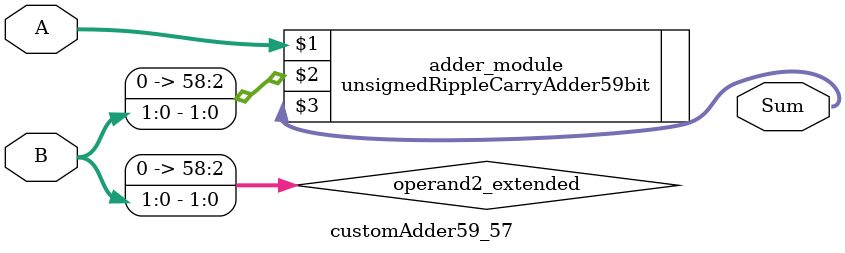
<source format=v>
module customAdder59_57(
                        input [58 : 0] A,
                        input [1 : 0] B,
                        
                        output [59 : 0] Sum
                );

        wire [58 : 0] operand2_extended;
        
        assign operand2_extended =  {57'b0, B};
        
        unsignedRippleCarryAdder59bit adder_module(
            A,
            operand2_extended,
            Sum
        );
        
        endmodule
        
</source>
